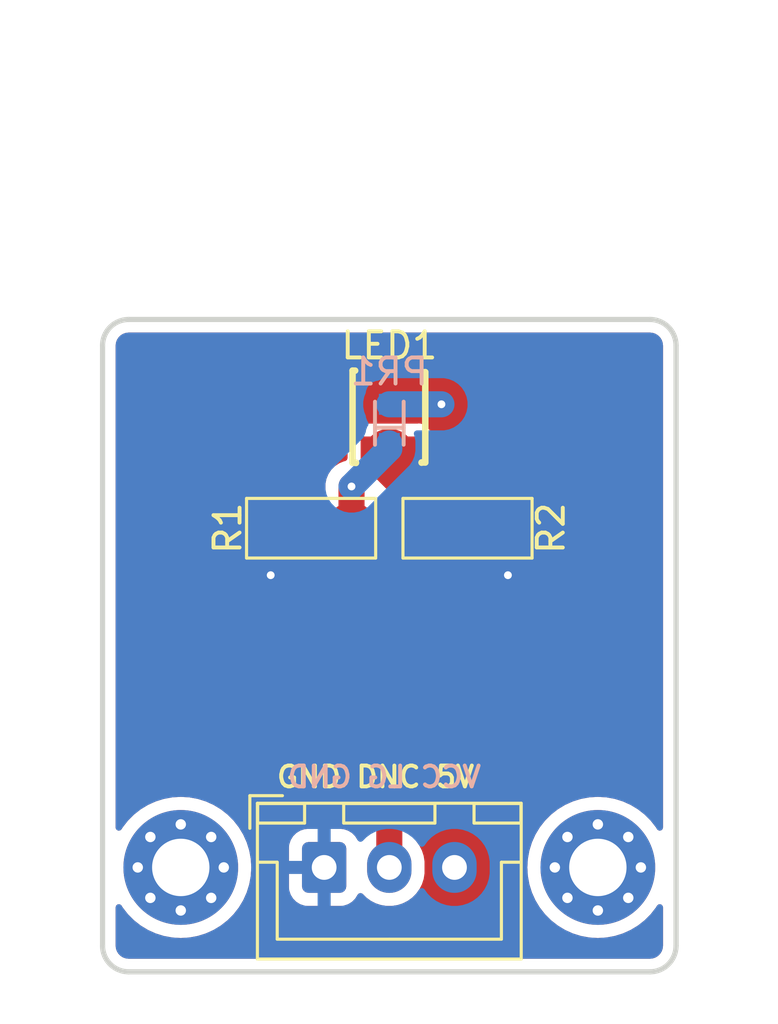
<source format=kicad_pcb>
(kicad_pcb (version 20240108) (generator "pcbnew") (generator_version "8.0")
  (layers (0 "F.Cu" signal) (31 "B.Cu" signal) (34 "B.Paste" user) (35 "F.Paste" user) (36 "B.SilkS" user "B.Silkscreen") (37 "F.SilkS" user "F.Silkscreen") (38 "B.Mask" user) (39 "F.Mask" user) (44 "Edge.Cuts" user))
  (net 0 "")
  (net 1 "GND")
  (net 2 "/LIGHTGATE")
  (net 3 "VCC")
  (net 4 "Net-(LED1-K)")
  (footprint "MountingHole:MountingHole_2.2mm_M2_Pad_Via" (layer "F.Cu") (at -8 17)
    (property "Reference" "H1" (hide yes))
    (property "Value" "MountingHole_Pad")
    (pad "1" thru_hole circle (at -1.65 0) (size 0.7 0.7) (drill 0.4) (layers "*.Cu" "*.Mask"))
    (pad "1" thru_hole circle (at -1.166726 -1.166726) (size 0.7 0.7) (drill 0.4) (layers "*.Cu" "*.Mask"))
    (pad "1" thru_hole circle (at -1.166726 1.166726) (size 0.7 0.7) (drill 0.4) (layers "*.Cu" "*.Mask"))
    (pad "1" thru_hole circle (at 0 -1.65) (size 0.7 0.7) (drill 0.4) (layers "*.Cu" "*.Mask"))
    (pad "1" thru_hole circle (at 0 0) (size 4.4 4.4) (drill 2.2) (layers "*.Cu" "*.Mask"))
    (pad "1" thru_hole circle (at 0 1.65) (size 0.7 0.7) (drill 0.4) (layers "*.Cu" "*.Mask"))
    (pad "1" thru_hole circle (at 1.166726 -1.166726) (size 0.7 0.7) (drill 0.4) (layers "*.Cu" "*.Mask"))
    (pad "1" thru_hole circle (at 1.166726 1.166726) (size 0.7 0.7) (drill 0.4) (layers "*.Cu" "*.Mask"))
    (pad "1" thru_hole circle (at 1.65 0) (size 0.7 0.7) (drill 0.4) (layers "*.Cu" "*.Mask"))
  )
  (footprint "EasyEDA:LED-SMD_L3.5-W2.8_JNJ-LTJH0111W60" (layer "F.Cu") (at 0 0 90)
    (property "Reference" "LED1" (at 3 0 180) (layer "F.SilkS"))
    (property "Value" "JNJ-LTJH0102W15/9X26MIL/5500-6500K")
    (fp_line (start 2.04 -1.41) (end 2.04 -1.31) (stroke (width 0.25)) (layer "F.SilkS"))
    (fp_line (start -1.49 -1.41) (end 2.04 -1.41) (stroke (width 0.25)) (layer "F.SilkS"))
    (fp_line (start -1.49 -1.28) (end -1.49 -1.41) (stroke (width 0.25)) (layer "F.SilkS"))
    (fp_line (start -1.5 -1.28) (end -1.49 -1.28) (stroke (width 0.25)) (layer "F.SilkS"))
    (fp_line (start -1.48 1.24) (end -1.48 1.38) (stroke (width 0.25)) (layer "F.SilkS"))
    (fp_line (start -1.49 1.24) (end -1.48 1.24) (stroke (width 0.25)) (layer "F.SilkS"))
    (fp_line (start 1.98 1.38) (end 1.98 1.28) (stroke (width 0.25)) (layer "F.SilkS"))
    (fp_line (start -1.48 1.38) (end 1.98 1.38) (stroke (width 0.25)) (layer "F.SilkS"))
    (pad "1" smd rect (at -1.11 0 270) (size 1.25 2.2) (layers "F.Cu" "F.Paste" "F.Mask") (net 4 "Net-(LED1-K)"))
    (pad "2" smd rect (at 1.11 0 270) (size 2.2 2.2) (layers "F.Cu" "F.Paste" "F.Mask") (net 3 "VCC"))
  )
  (footprint "PCM_Resistor_SMD_AKL:R_1206_3216Metric_Pad1.30x1.75mm_HandSolder" (layer "F.Cu") (at 3 4 180)
    (property "Reference" "R2" (at -3.2 0 90) (layer "F.SilkS"))
    (property "Value" "47R")
    (fp_line (start 2.4765 1.143) (end 2.4765 -1.143) (stroke (width 0.12)) (layer "F.SilkS"))
    (fp_line (start 2.4765 -1.143) (end -2.4765 -1.143) (stroke (width 0.12)) (layer "F.SilkS"))
    (fp_line (start -2.4765 1.143) (end 2.4765 1.143) (stroke (width 0.12)) (layer "F.SilkS"))
    (fp_line (start -2.4765 -1.143) (end -2.4765 1.143) (stroke (width 0.12)) (layer "F.SilkS"))
    (pad "1" smd roundrect (at -1.55 0 180) (size 1.3 1.75) (layers "F.Cu" "F.Paste" "F.Mask") (roundrect_rratio 0.192308) (net 1 "GND"))
    (pad "2" smd roundrect (at 1.55 0 180) (size 1.3 1.75) (layers "F.Cu" "F.Paste" "F.Mask") (roundrect_rratio 0.192308) (net 4 "Net-(LED1-K)"))
  )
  (footprint "PCM_Resistor_SMD_AKL:R_1206_3216Metric_Pad1.30x1.75mm_HandSolder" (layer "F.Cu") (at -3 4 180)
    (property "Reference" "R1" (at 3.2 0 90) (layer "F.SilkS"))
    (property "Value" "4.7kR")
    (fp_line (start 2.4765 1.143) (end 2.4765 -1.143) (stroke (width 0.12)) (layer "F.SilkS"))
    (fp_line (start 2.4765 -1.143) (end -2.4765 -1.143) (stroke (width 0.12)) (layer "F.SilkS"))
    (fp_line (start -2.4765 1.143) (end 2.4765 1.143) (stroke (width 0.12)) (layer "F.SilkS"))
    (fp_line (start -2.4765 -1.143) (end -2.4765 1.143) (stroke (width 0.12)) (layer "F.SilkS"))
    (pad "1" smd roundrect (at -1.55 0 180) (size 1.3 1.75) (layers "F.Cu" "F.Paste" "F.Mask") (roundrect_rratio 0.192308) (net 2 "/LIGHTGATE"))
    (pad "2" smd roundrect (at 1.55 0 180) (size 1.3 1.75) (layers "F.Cu" "F.Paste" "F.Mask") (roundrect_rratio 0.192308) (net 1 "GND"))
  )
  (footprint "Connector_JST:JST_XH_B3B-XH-A_1x03_P2.50mm_Vertical" (layer "F.Cu") (at -2.5 17)
    (property "Reference" "J1" (hide yes))
    (property "Value" "Conn_01x03")
    (fp_line (start -2.85 -2.75) (end -2.85 -1.5) (stroke (width 0.12)) (layer "F.SilkS"))
    (fp_line (start -2.56 -2.46) (end -2.56 3.51) (stroke (width 0.12)) (layer "F.SilkS"))
    (fp_line (start -2.56 3.51) (end 7.56 3.51) (stroke (width 0.12)) (layer "F.SilkS"))
    (fp_line (start -2.55 -2.45) (end -2.55 -1.7) (stroke (width 0.12)) (layer "F.SilkS"))
    (fp_line (start -2.55 -1.7) (end -0.75 -1.7) (stroke (width 0.12)) (layer "F.SilkS"))
    (fp_line (start -2.55 -0.2) (end -1.8 -0.2) (stroke (width 0.12)) (layer "F.SilkS"))
    (fp_line (start -1.8 -0.2) (end -1.8 2.75) (stroke (width 0.12)) (layer "F.SilkS"))
    (fp_line (start -1.8 2.75) (end 2.5 2.75) (stroke (width 0.12)) (layer "F.SilkS"))
    (fp_line (start -1.6 -2.75) (end -2.85 -2.75) (stroke (width 0.12)) (layer "F.SilkS"))
    (fp_line (start -0.75 -2.45) (end -2.55 -2.45) (stroke (width 0.12)) (layer "F.SilkS"))
    (fp_line (start -0.75 -1.7) (end -0.75 -2.45) (stroke (width 0.12)) (layer "F.SilkS"))
    (fp_line (start 0.75 -2.45) (end 0.75 -1.7) (stroke (width 0.12)) (layer "F.SilkS"))
    (fp_line (start 0.75 -1.7) (end 4.25 -1.7) (stroke (width 0.12)) (layer "F.SilkS"))
    (fp_line (start 4.25 -2.45) (end 0.75 -2.45) (stroke (width 0.12)) (layer "F.SilkS"))
    (fp_line (start 4.25 -1.7) (end 4.25 -2.45) (stroke (width 0.12)) (layer "F.SilkS"))
    (fp_line (start 5.75 -2.45) (end 5.75 -1.7) (stroke (width 0.12)) (layer "F.SilkS"))
    (fp_line (start 5.75 -1.7) (end 7.55 -1.7) (stroke (width 0.12)) (layer "F.SilkS"))
    (fp_line (start 6.8 -0.2) (end 6.8 2.75) (stroke (width 0.12)) (layer "F.SilkS"))
    (fp_line (start 6.8 2.75) (end 2.5 2.75) (stroke (width 0.12)) (layer "F.SilkS"))
    (fp_line (start 7.55 -2.45) (end 5.75 -2.45) (stroke (width 0.12)) (layer "F.SilkS"))
    (fp_line (start 7.55 -1.7) (end 7.55 -2.45) (stroke (width 0.12)) (layer "F.SilkS"))
    (fp_line (start 7.55 -0.2) (end 6.8 -0.2) (stroke (width 0.12)) (layer "F.SilkS"))
    (fp_line (start 7.56 -2.46) (end -2.56 -2.46) (stroke (width 0.12)) (layer "F.SilkS"))
    (fp_line (start 7.56 3.51) (end 7.56 -2.46) (stroke (width 0.12)) (layer "F.SilkS"))
    (pad "1" thru_hole roundrect (at 0 0) (size 1.7 1.95) (drill 0.95) (layers "*.Cu" "*.Mask") (roundrect_rratio 0.147059) (net 1 "GND"))
    (pad "2" thru_hole oval (at 2.5 0) (size 1.7 1.95) (drill 0.95) (layers "*.Cu" "*.Mask") (net 2 "/LIGHTGATE"))
    (pad "3" thru_hole oval (at 5 0) (size 1.7 1.95) (drill 0.95) (layers "*.Cu" "*.Mask") (net 3 "VCC"))
  )
  (footprint "MountingHole:MountingHole_2.2mm_M2_Pad_Via" (layer "F.Cu") (at 8 17)
    (property "Reference" "H2" (hide yes))
    (property "Value" "MountingHole_Pad")
    (pad "1" thru_hole circle (at -1.65 0) (size 0.7 0.7) (drill 0.4) (layers "*.Cu" "*.Mask"))
    (pad "1" thru_hole circle (at -1.166726 -1.166726) (size 0.7 0.7) (drill 0.4) (layers "*.Cu" "*.Mask"))
    (pad "1" thru_hole circle (at -1.166726 1.166726) (size 0.7 0.7) (drill 0.4) (layers "*.Cu" "*.Mask"))
    (pad "1" thru_hole circle (at 0 -1.65) (size 0.7 0.7) (drill 0.4) (layers "*.Cu" "*.Mask"))
    (pad "1" thru_hole circle (at 0 0) (size 4.4 4.4) (drill 2.2) (layers "*.Cu" "*.Mask"))
    (pad "1" thru_hole circle (at 0 1.65) (size 0.7 0.7) (drill 0.4) (layers "*.Cu" "*.Mask"))
    (pad "1" thru_hole circle (at 1.166726 -1.166726) (size 0.7 0.7) (drill 0.4) (layers "*.Cu" "*.Mask"))
    (pad "1" thru_hole circle (at 1.166726 1.166726) (size 0.7 0.7) (drill 0.4) (layers "*.Cu" "*.Mask"))
    (pad "1" thru_hole circle (at 1.65 0) (size 0.7 0.7) (drill 0.4) (layers "*.Cu" "*.Mask"))
  )
  (footprint "EasyEDA:SENSORS-SMD_ALS-PT19" (layer "B.Cu") (at 0 0 -90)
    (property "Reference" "PR1" (at -2 0 180) (layer "B.SilkS") (effects (justify mirror)))
    (property "Value" "ALS-PT19")
    (fp_line (start 0.8 0.55) (end -0.85 0.55) (stroke (width 0.15)) (layer "B.SilkS"))
    (fp_line (start 0.15 -0.55) (end 0.15 0.55) (stroke (width 0.15)) (layer "B.SilkS"))
    (fp_line (start 0.8 -0.55) (end -0.85 -0.55) (stroke (width 0.15)) (layer "B.SilkS"))
    (pad "1" smd rect (at -0.75 0 90) (size 0.8 0.8) (layers "B.Cu" "B.Paste" "B.Mask") (net 3 "VCC"))
    (pad "2" smd rect (at 0.75 0 90) (size 0.8 0.8) (layers "B.Cu" "B.Paste" "B.Mask") (net 2 "/LIGHTGATE"))
  )
  (gr_line (start -10 -4) (end 10 -4) (stroke (width 0.2)) (layer "Edge.Cuts"))
  (gr_line (start 10 21) (end -10 21) (stroke (width 0.2)) (layer "Edge.Cuts"))
  (gr_arc (start -10 21) (mid -10.707107 20.707107) (end -11 20) (stroke (width 0.2)) (layer "Edge.Cuts"))
  (gr_arc (start 11 20) (mid 10.707107 20.707107) (end 10 21) (stroke (width 0.2)) (layer "Edge.Cuts"))
  (gr_line (start -11 20) (end -11 -3) (stroke (width 0.2)) (layer "Edge.Cuts"))
  (gr_arc (start 10 -4) (mid 10.707107 -3.707107) (end 11 -3) (stroke (width 0.2)) (layer "Edge.Cuts"))
  (gr_line (start 11 -3) (end 11 20) (stroke (width 0.2)) (layer "Edge.Cuts"))
  (gr_arc (start -11 -3) (mid -10.707107 -3.707107) (end -10 -4) (stroke (width 0.2)) (layer "Edge.Cuts"))
  (gr_text "VCC LG GND" (at 3.6 14 0) (layer "B.SilkS") (effects (font (size 0.8 0.8) (thickness 0.15) (bold yes)) (justify left bottom mirror)))
  (gr_text "GND DNC 5V" (at -4.4 14 0) (layer "F.SilkS") (effects (font (size 0.8 0.8) (thickness 0.15) (bold yes)) (justify left bottom)))
  (segment (start 4.55 4) (end 4.55 5.8) (width 1) (layer "F.Cu") (net 1))
  (segment (start -4.55 4) (end -4.55 5.8) (width 1) (layer "F.Cu") (net 1))
  (via (at -4.55 5.8) (size 0.6) (drill 0.3) (layers "F.Cu" "B.Cu") (net 1))
  (via (at 4.55 5.8) (size 0.6) (drill 0.3) (layers "F.Cu" "B.Cu") (net 1))
  (segment (start -1.45 2.4) (end -1.45 4) (width 1) (layer "F.Cu") (net 2))
  (segment (start -1.45 4.55) (end 0 6) (width 1) (layer "F.Cu") (net 2))
  (segment (start 0 6) (end 0 17) (width 1) (layer "F.Cu") (net 2))
  (segment (start -1.45 4) (end -1.45 4.55) (width 1) (layer "F.Cu") (net 2))
  (via (at -1.45 2.4) (size 0.6) (drill 0.3) (layers "F.Cu" "B.Cu") (net 2))
  (segment (start -1.45 2.4) (end 0 0.95) (width 1) (layer "B.Cu") (net 2))
  (segment (start 0 0.95) (end 0 0.75) (width 1) (layer "B.Cu") (net 2))
  (via (at 2 -0.75) (size 0.6) (drill 0.3) (layers "F.Cu" "B.Cu") (net 3))
  (segment (start 0 -0.75) (end 2 -0.75) (width 1) (layer "B.Cu") (net 3))
  (segment (start 1.45 2.64) (end 0 1.19) (width 2) (layer "F.Cu") (net 4))
  (segment (start 1.45 4) (end 1.45 2.64) (width 2) (layer "F.Cu") (net 4))
  (zone (net 3) (net_name "VCC") (layer "F.Cu") (connect_pads yes (clearance 0.5)) (min_thickness 0.25) (fill yes (thermal_gap 0.5) (thermal_bridge_width 0.5))
    (polygon (pts (xy -12 -5) (xy 12 -5) (xy 12 22) (xy -12 22)))
  )
  (zone (net 1) (net_name "GND") (layer "B.Cu") (priority 1) (connect_pads (clearance 0.5)) (min_thickness 0.25) (fill yes (thermal_gap 0.5) (thermal_bridge_width 0.5))
    (polygon (pts (xy -13 -6) (xy 13 -6) (xy 13 23) (xy -13 23)))
  )
)
</source>
